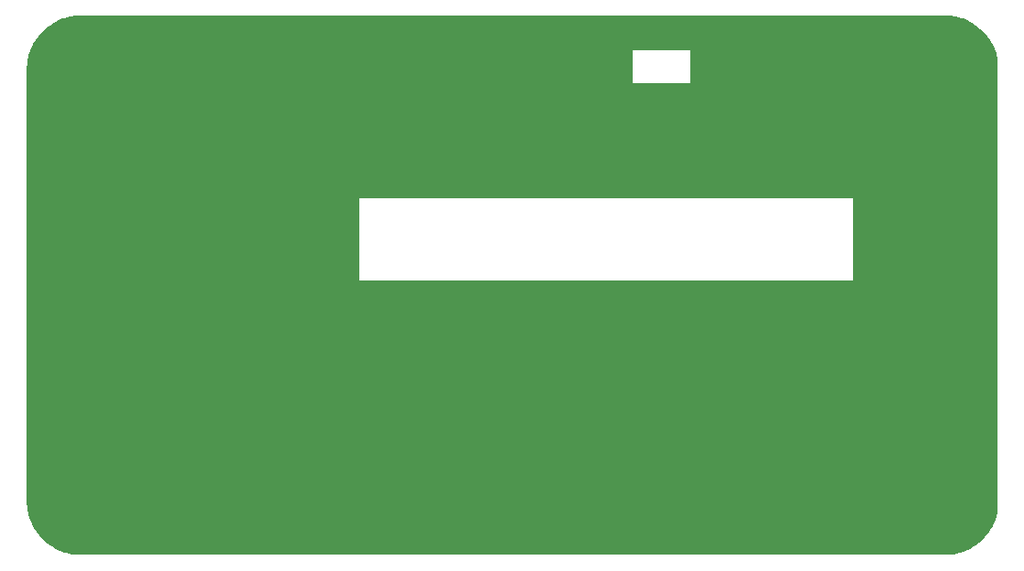
<source format=gbr>
%TF.GenerationSoftware,KiCad,Pcbnew,8.0.5*%
%TF.CreationDate,2024-11-15T12:50:47+01:00*%
%TF.ProjectId,LISN_5u,4c49534e-5f35-4752-9e6b-696361645f70,rev?*%
%TF.SameCoordinates,Original*%
%TF.FileFunction,Copper,L2,Bot*%
%TF.FilePolarity,Positive*%
%FSLAX46Y46*%
G04 Gerber Fmt 4.6, Leading zero omitted, Abs format (unit mm)*
G04 Created by KiCad (PCBNEW 8.0.5) date 2024-11-15 12:50:47*
%MOMM*%
%LPD*%
G01*
G04 APERTURE LIST*
%TA.AperFunction,ComponentPad*%
%ADD10C,3.600000*%
%TD*%
%TA.AperFunction,ConnectorPad*%
%ADD11C,5.600000*%
%TD*%
%TA.AperFunction,SMDPad,CuDef*%
%ADD12R,1.350000X4.200000*%
%TD*%
%TA.AperFunction,ViaPad*%
%ADD13C,0.450000*%
%TD*%
G04 APERTURE END LIST*
D10*
%TO.P,H103,1,1*%
%TO.N,GND*%
X154898000Y-113792000D03*
D11*
X154898000Y-113792000D03*
%TD*%
D10*
%TO.P,H101,1,1*%
%TO.N,GND*%
X74634000Y-73660000D03*
D11*
X74634000Y-73660000D03*
%TD*%
D10*
%TO.P,H104,1,1*%
%TO.N,GND*%
X74634000Y-113792000D03*
D11*
X74634000Y-113792000D03*
%TD*%
D10*
%TO.P,H102,1,1*%
%TO.N,GND*%
X154644000Y-73660000D03*
D11*
X154644000Y-73660000D03*
%TD*%
D12*
%TO.P,X101,2,Ext*%
%TO.N,GND*%
X98033000Y-71210500D03*
X92383000Y-71210500D03*
%TD*%
D13*
%TO.N,GND*%
X149012420Y-77172420D03*
X146516000Y-74676000D03*
X151088000Y-79502000D03*
X128482001Y-70358000D03*
X129498000Y-70358000D03*
X127466000Y-70358000D03*
X134070000Y-74422000D03*
X132038000Y-74422000D03*
X132038000Y-72135999D03*
X132038000Y-71120000D03*
X132038000Y-73152000D03*
X124926000Y-72135999D03*
X124926000Y-71120000D03*
X124926000Y-73152000D03*
X82491202Y-69259000D03*
X77936000Y-110744000D03*
X104098000Y-85344000D03*
X108924000Y-74168000D03*
X85302000Y-85852000D03*
X134324000Y-85344000D03*
X154644000Y-89662000D03*
X79206000Y-85852000D03*
X90128000Y-100076000D03*
X108636899Y-118447000D03*
X140420000Y-85344000D03*
X112226000Y-80010000D03*
X76158000Y-98044000D03*
X114258000Y-85344000D03*
X126015605Y-69259000D03*
X118334828Y-69259000D03*
X136102000Y-72644000D03*
X103590000Y-71882000D03*
X93430000Y-74676000D03*
X108162000Y-98806000D03*
X106130000Y-85344000D03*
X100956122Y-118447000D03*
X130514000Y-93980000D03*
X153120000Y-82042000D03*
X101812001Y-78740000D03*
X154178454Y-69259000D03*
X121370000Y-104648000D03*
X126450000Y-93980000D03*
X159299000Y-107662885D03*
X155406000Y-82042000D03*
X134070000Y-78232000D03*
X147278000Y-83820000D03*
X121438194Y-118447000D03*
X89112000Y-100838000D03*
X70233000Y-105645719D03*
X120862000Y-74422000D03*
X88350000Y-93218000D03*
X152104000Y-100330000D03*
X95970000Y-85852000D03*
X157438000Y-89916000D03*
X113214310Y-69259000D03*
X75353532Y-118447000D03*
X137626000Y-73914000D03*
X150580000Y-73152000D03*
X75904000Y-75438000D03*
X90382000Y-94488000D03*
X90636000Y-96520000D03*
X111197158Y-118447000D03*
X120895087Y-69259000D03*
X159299000Y-110223144D03*
X122386000Y-85344000D03*
X100796000Y-74422000D03*
X100542000Y-98552000D03*
X76920000Y-100838000D03*
X124418000Y-85344000D03*
X107654000Y-80264000D03*
X117052000Y-78232000D03*
X74888000Y-81534000D03*
X142452000Y-85344000D03*
X152104000Y-98552000D03*
X84032000Y-83566000D03*
X110448000Y-93980000D03*
X107654000Y-72644000D03*
X90382000Y-70866000D03*
X85051461Y-69259000D03*
X90382000Y-71882000D03*
X92668000Y-85852000D03*
X116290000Y-85344000D03*
X118576000Y-93980000D03*
X89366000Y-85852000D03*
X98510000Y-93218000D03*
X73618000Y-81534000D03*
X98395863Y-118447000D03*
X151618195Y-69259000D03*
X117814000Y-98552000D03*
X128482000Y-93980000D03*
X82254000Y-110744000D03*
X136102000Y-80010000D03*
X135086000Y-73914000D03*
X118322000Y-85344000D03*
X88154827Y-118447000D03*
X118068001Y-74422000D03*
X72094000Y-90424000D03*
X155914000Y-89408000D03*
X93176000Y-84582000D03*
X119084000Y-74422000D03*
X78444000Y-92710000D03*
X127466000Y-81280000D03*
X152104000Y-104394000D03*
X103844000Y-111506000D03*
X156676000Y-117602000D03*
X126450000Y-78232000D03*
X147786000Y-109982000D03*
X90715086Y-118447000D03*
X144992000Y-80010000D03*
X157438000Y-70866000D03*
X120608000Y-93980000D03*
X86064000Y-96012000D03*
X128228000Y-85344000D03*
X96224000Y-93980000D03*
X87334000Y-100838000D03*
X152612000Y-89662000D03*
X93684000Y-92710000D03*
X84286000Y-75438000D03*
X124672000Y-93980000D03*
X70824000Y-72644000D03*
X96013580Y-75735580D03*
X114512000Y-93980000D03*
X156930000Y-97536000D03*
X117052000Y-74422000D03*
X116317676Y-118447000D03*
X146770000Y-81534000D03*
X122894000Y-74422000D03*
X159299000Y-92301331D03*
X70316000Y-82296000D03*
X116544000Y-93980000D03*
X146770000Y-101854000D03*
X154721561Y-118447000D03*
X73364000Y-70104000D03*
X70233000Y-110766237D03*
X76920000Y-102870000D03*
X77370684Y-69259000D03*
X71586000Y-116840000D03*
X102320000Y-93980000D03*
X104352000Y-93980000D03*
X110702000Y-78232000D03*
X131530000Y-78232000D03*
X138816900Y-69259000D03*
X73110000Y-117856000D03*
X90636000Y-99314000D03*
X142452000Y-73914000D03*
X155152000Y-105664000D03*
X141182000Y-72644000D03*
X108416000Y-93980000D03*
X102066000Y-85344000D03*
X122132000Y-78232000D03*
X97581159Y-77303159D03*
X87588000Y-104648000D03*
X103082000Y-80518000D03*
X70233000Y-90284165D03*
X146770000Y-86614000D03*
X136610000Y-93980000D03*
X118877935Y-118447000D03*
X74380000Y-105918000D03*
X140166000Y-73914000D03*
X70233000Y-97964942D03*
X76920000Y-104902000D03*
X100796000Y-78740000D03*
X157946000Y-116586000D03*
X105533533Y-69259000D03*
X106638000Y-71882000D03*
X136799748Y-118447000D03*
X134578000Y-93980000D03*
X144484000Y-85344000D03*
X141436000Y-80010000D03*
X159299000Y-76939777D03*
X91398000Y-80010000D03*
X93684000Y-112268000D03*
X78698000Y-84582000D03*
X85594568Y-118447000D03*
X80474050Y-118447000D03*
X80730000Y-94234000D03*
X76920000Y-98806000D03*
X157184000Y-82042000D03*
X114512000Y-70358000D03*
X143937418Y-69259000D03*
X153120000Y-105664000D03*
X148294000Y-95758000D03*
X116798000Y-80518000D03*
X154644000Y-75692000D03*
X103516381Y-118447000D03*
X101812001Y-74422000D03*
X144480525Y-118447000D03*
X71840000Y-81534000D03*
X83270000Y-85852000D03*
X113757417Y-118447000D03*
X91144000Y-74676000D03*
X87611720Y-69259000D03*
X70233000Y-95404683D03*
X149601043Y-118447000D03*
X157184000Y-105664000D03*
X158708000Y-72136000D03*
X140674000Y-93980000D03*
X108093792Y-69259000D03*
X122640000Y-93980000D03*
X131679230Y-118447000D03*
X126196000Y-85344000D03*
X159299000Y-82060295D03*
X102973274Y-69259000D03*
X139360007Y-118447000D03*
X121878001Y-74422000D03*
X131136123Y-69259000D03*
X134239489Y-118447000D03*
X78444000Y-82804000D03*
X102828000Y-74422000D03*
X144738000Y-93980000D03*
X108162000Y-85344000D03*
X70233000Y-92844424D03*
X152104000Y-102362000D03*
X128482000Y-111252000D03*
X116544000Y-71628000D03*
X147786000Y-92202000D03*
X99780000Y-73914000D03*
X90171979Y-69259000D03*
X159299000Y-97421849D03*
X141920266Y-118447000D03*
X138642000Y-93980000D03*
X77913791Y-118447000D03*
X151596000Y-90932000D03*
X91398000Y-85852000D03*
X92414001Y-74676000D03*
X156422000Y-69850000D03*
X99526000Y-103632000D03*
X150072000Y-92202000D03*
X99780000Y-72390000D03*
X70233000Y-74922611D03*
X105114000Y-70612000D03*
X140166000Y-112268000D03*
X120354000Y-85344000D03*
X75142000Y-91694000D03*
X99526000Y-91440000D03*
X129118971Y-118447000D03*
X137880000Y-78232000D03*
X108924000Y-78232000D03*
X159299000Y-89741072D03*
X110702000Y-74168000D03*
X130260000Y-85344000D03*
X147040784Y-118447000D03*
X74810425Y-69259000D03*
X112226000Y-85344000D03*
X152161302Y-118447000D03*
X116036000Y-110236000D03*
X98256000Y-85852000D03*
X115774569Y-69259000D03*
X133696382Y-69259000D03*
X72856000Y-94234000D03*
X73872000Y-90424000D03*
X70233000Y-77482870D03*
X70233000Y-108205978D03*
X146497677Y-69259000D03*
X105114000Y-82042000D03*
X72602000Y-105918000D03*
X112226000Y-72644000D03*
X118830000Y-78232000D03*
X81238000Y-85852000D03*
X99018000Y-78740000D03*
X106384000Y-93980000D03*
X94446000Y-85852000D03*
X123455346Y-69259000D03*
X110194000Y-85344000D03*
X132800000Y-104140000D03*
X77174000Y-81534000D03*
X159299000Y-112783403D03*
X141377159Y-69259000D03*
X100413015Y-69259000D03*
X132292000Y-85344000D03*
X106076640Y-118447000D03*
X99526000Y-85852000D03*
X72094000Y-98044000D03*
X123998453Y-118447000D03*
X70233000Y-80043129D03*
X77428000Y-91694000D03*
X108670000Y-104140000D03*
X143468000Y-78232000D03*
X99780000Y-71374000D03*
X70824000Y-115570000D03*
X159299000Y-115343662D03*
X159299000Y-74379518D03*
X129752000Y-78232000D03*
X136356000Y-85344000D03*
X114766000Y-82042000D03*
X79930943Y-69259000D03*
X137880000Y-98552000D03*
X95295159Y-75017159D03*
X139658000Y-78232000D03*
X90382000Y-73406000D03*
X154898000Y-97536000D03*
X128575864Y-69259000D03*
X149057936Y-69259000D03*
X142706000Y-93980000D03*
X95835604Y-118447000D03*
X110654051Y-69259000D03*
X126558712Y-118447000D03*
X71840000Y-71120000D03*
X136256641Y-69259000D03*
X147278000Y-82550000D03*
X83034309Y-118447000D03*
X147532000Y-114046000D03*
X128990000Y-99314000D03*
X151596000Y-82042000D03*
X96732000Y-76454000D03*
X102828000Y-78740000D03*
X138388000Y-85344000D03*
X132546000Y-93980000D03*
X98299580Y-78021580D03*
X159216000Y-105410000D03*
X87334000Y-85852000D03*
X112988000Y-71628000D03*
X91144000Y-91948000D03*
X81746000Y-103378000D03*
X159299000Y-94861590D03*
X152866000Y-97536000D03*
X70233000Y-113326496D03*
X99780000Y-70358000D03*
X159299000Y-79500036D03*
X86064000Y-99060000D03*
X85556000Y-91948000D03*
X147024000Y-85090000D03*
X120354000Y-79248000D03*
X151088000Y-83566000D03*
X128482000Y-77978000D03*
X74126000Y-98044000D03*
X82762000Y-92710000D03*
X120608000Y-72390000D03*
X124164000Y-78232000D03*
X93275345Y-118447000D03*
X112480000Y-93980000D03*
X76158000Y-105918000D03*
%TD*%
%TA.AperFunction,Conductor*%
%TO.N,GND*%
G36*
X154781354Y-68872001D02*
G01*
X154807787Y-68872073D01*
X154808300Y-68872076D01*
X154835266Y-68872297D01*
X154915990Y-68873177D01*
X154918272Y-68873225D01*
X155023767Y-68876391D01*
X155028412Y-68876618D01*
X155133798Y-68883814D01*
X155135998Y-68883985D01*
X155242311Y-68893287D01*
X155244817Y-68893534D01*
X155457631Y-68916840D01*
X155462992Y-68917546D01*
X155673170Y-68949895D01*
X155678493Y-68950835D01*
X155887029Y-68992315D01*
X155892308Y-68993485D01*
X156098858Y-69044027D01*
X156104025Y-69045412D01*
X156308223Y-69104930D01*
X156313366Y-69106551D01*
X156375308Y-69127578D01*
X156514744Y-69174911D01*
X156519827Y-69176761D01*
X156717972Y-69253815D01*
X156722963Y-69255882D01*
X156917622Y-69341534D01*
X156917632Y-69341538D01*
X156922534Y-69343825D01*
X157113204Y-69437852D01*
X157118004Y-69440350D01*
X157304429Y-69542627D01*
X157309114Y-69545332D01*
X157309126Y-69545339D01*
X157490921Y-69655655D01*
X157495469Y-69658553D01*
X157672273Y-69776689D01*
X157676687Y-69779779D01*
X157848174Y-69905519D01*
X157852435Y-69908787D01*
X158018324Y-70041927D01*
X158022438Y-70045381D01*
X158128170Y-70138104D01*
X158182305Y-70185580D01*
X158186293Y-70189235D01*
X158339896Y-70336277D01*
X158343722Y-70340103D01*
X158490764Y-70493706D01*
X158494419Y-70497694D01*
X158634607Y-70657547D01*
X158638076Y-70661680D01*
X158638093Y-70661702D01*
X158771198Y-70827546D01*
X158774491Y-70831839D01*
X158900201Y-71003286D01*
X158903304Y-71007717D01*
X159021446Y-71184529D01*
X159024353Y-71189092D01*
X159134667Y-71370885D01*
X159137372Y-71375570D01*
X159239644Y-71561986D01*
X159242142Y-71566785D01*
X159336183Y-71757482D01*
X159338470Y-71762386D01*
X159424111Y-71957021D01*
X159426181Y-71962019D01*
X159503238Y-72160172D01*
X159505088Y-72165255D01*
X159573442Y-72366616D01*
X159575069Y-72371776D01*
X159634950Y-72577214D01*
X159635679Y-72579820D01*
X159667467Y-72698457D01*
X159668139Y-72701078D01*
X159689186Y-72787092D01*
X159690356Y-72792372D01*
X159707110Y-72876597D01*
X159708432Y-72884603D01*
X159719261Y-72966854D01*
X159720204Y-72977631D01*
X159723882Y-73061872D01*
X159724000Y-73067281D01*
X159724000Y-114676717D01*
X159723882Y-114682126D01*
X159720204Y-114766367D01*
X159719261Y-114777144D01*
X159708432Y-114859396D01*
X159707110Y-114867401D01*
X159690360Y-114951610D01*
X159689189Y-114956892D01*
X159668129Y-115042956D01*
X159667458Y-115045576D01*
X159635679Y-115164179D01*
X159634950Y-115166785D01*
X159575069Y-115372223D01*
X159573442Y-115377383D01*
X159505088Y-115578744D01*
X159503238Y-115583827D01*
X159426184Y-115781972D01*
X159424114Y-115786971D01*
X159338459Y-115981637D01*
X159336172Y-115986540D01*
X159242142Y-116177214D01*
X159239644Y-116182013D01*
X159137372Y-116368429D01*
X159134667Y-116373114D01*
X159024353Y-116554907D01*
X159021446Y-116559470D01*
X158903304Y-116736282D01*
X158900201Y-116740713D01*
X158774491Y-116912160D01*
X158771198Y-116916452D01*
X158638085Y-117082308D01*
X158634607Y-117086453D01*
X158494419Y-117246305D01*
X158490764Y-117250293D01*
X158343722Y-117403896D01*
X158339896Y-117407722D01*
X158186293Y-117554764D01*
X158182305Y-117558419D01*
X158022431Y-117698625D01*
X158018286Y-117702103D01*
X157852463Y-117835189D01*
X157848172Y-117838482D01*
X157676706Y-117964207D01*
X157672273Y-117967310D01*
X157495469Y-118085446D01*
X157490907Y-118088353D01*
X157309114Y-118198667D01*
X157304429Y-118201372D01*
X157118005Y-118303649D01*
X157113231Y-118306134D01*
X156932077Y-118395468D01*
X156922497Y-118400193D01*
X156917594Y-118402479D01*
X156722978Y-118488111D01*
X156717980Y-118490181D01*
X156519827Y-118567238D01*
X156514744Y-118569088D01*
X156313383Y-118637442D01*
X156308223Y-118639069D01*
X156104071Y-118698575D01*
X156098845Y-118699975D01*
X155892311Y-118750513D01*
X155887029Y-118751684D01*
X155678493Y-118793164D01*
X155673165Y-118794104D01*
X155462991Y-118826453D01*
X155457628Y-118827159D01*
X155261332Y-118848657D01*
X155244908Y-118850455D01*
X155242223Y-118850720D01*
X155136079Y-118860007D01*
X155133718Y-118860191D01*
X155028454Y-118867378D01*
X155023726Y-118867610D01*
X154918313Y-118870773D01*
X154915948Y-118870822D01*
X154835350Y-118871702D01*
X154835007Y-118871705D01*
X154808392Y-118871922D01*
X154807721Y-118871926D01*
X154781022Y-118871999D01*
X154780732Y-118872000D01*
X74835268Y-118872000D01*
X74834976Y-118871999D01*
X74808278Y-118871926D01*
X74807607Y-118871922D01*
X74780992Y-118871705D01*
X74780649Y-118871702D01*
X74700051Y-118870822D01*
X74697686Y-118870773D01*
X74592274Y-118867610D01*
X74587547Y-118867378D01*
X74482282Y-118860191D01*
X74479920Y-118860007D01*
X74403454Y-118853316D01*
X74373770Y-118850719D01*
X74371100Y-118850456D01*
X74331315Y-118846099D01*
X74158371Y-118827159D01*
X74153008Y-118826453D01*
X73942846Y-118794106D01*
X73937518Y-118793166D01*
X73728971Y-118751684D01*
X73723689Y-118750513D01*
X73517163Y-118699977D01*
X73511943Y-118698578D01*
X73469356Y-118686165D01*
X73307776Y-118639069D01*
X73302617Y-118637442D01*
X73101284Y-118569099D01*
X73096200Y-118567249D01*
X72898020Y-118490181D01*
X72893022Y-118488111D01*
X72698387Y-118402470D01*
X72693483Y-118400183D01*
X72502786Y-118306142D01*
X72497987Y-118303644D01*
X72311561Y-118201367D01*
X72306876Y-118198662D01*
X72125093Y-118088354D01*
X72120530Y-118085447D01*
X71943726Y-117967310D01*
X71939295Y-117964207D01*
X71767828Y-117838482D01*
X71763557Y-117835207D01*
X71597680Y-117702076D01*
X71593547Y-117698607D01*
X71433694Y-117558419D01*
X71429705Y-117554764D01*
X71276103Y-117407722D01*
X71272278Y-117403897D01*
X71125236Y-117250295D01*
X71121581Y-117246306D01*
X70981391Y-117086450D01*
X70977914Y-117082306D01*
X70844813Y-116916467D01*
X70841519Y-116912174D01*
X70715799Y-116740713D01*
X70715781Y-116740687D01*
X70712696Y-116736282D01*
X70594544Y-116559456D01*
X70591646Y-116554906D01*
X70481339Y-116373124D01*
X70478634Y-116368440D01*
X70376356Y-116182013D01*
X70373858Y-116177214D01*
X70279821Y-115986525D01*
X70277534Y-115981622D01*
X70191885Y-115786971D01*
X70189815Y-115781972D01*
X70112745Y-115583787D01*
X70110909Y-115578744D01*
X70042542Y-115377339D01*
X70040930Y-115372224D01*
X70040930Y-115372223D01*
X69981412Y-115168026D01*
X69980027Y-115162858D01*
X69929485Y-114956308D01*
X69928315Y-114951029D01*
X69886833Y-114742482D01*
X69885893Y-114737154D01*
X69877423Y-114682126D01*
X69853546Y-114526992D01*
X69852840Y-114521629D01*
X69829534Y-114308818D01*
X69829287Y-114306312D01*
X69819985Y-114199999D01*
X69819814Y-114197799D01*
X69812618Y-114092413D01*
X69812391Y-114087768D01*
X69809225Y-113982274D01*
X69809177Y-113979947D01*
X69808297Y-113899266D01*
X69808294Y-113898928D01*
X69808077Y-113872396D01*
X69808073Y-113871717D01*
X69808000Y-113844731D01*
X69808000Y-93472000D01*
X100584000Y-93472000D01*
X146304000Y-93472000D01*
X146304000Y-85852000D01*
X100584000Y-85852000D01*
X100584000Y-93472000D01*
X69808000Y-93472000D01*
X69808000Y-75184000D01*
X125942000Y-75184000D01*
X131276000Y-75184000D01*
X131276000Y-72136000D01*
X125942000Y-72136000D01*
X125942000Y-75184000D01*
X69808000Y-75184000D01*
X69808000Y-73899270D01*
X69808073Y-73872283D01*
X69808077Y-73871604D01*
X69808294Y-73845073D01*
X69808297Y-73844735D01*
X69809177Y-73764053D01*
X69809226Y-73761686D01*
X69812391Y-73656232D01*
X69812619Y-73651584D01*
X69819814Y-73546201D01*
X69819985Y-73544009D01*
X69829288Y-73437679D01*
X69829533Y-73435191D01*
X69852841Y-73222362D01*
X69853546Y-73217008D01*
X69885896Y-73006826D01*
X69886833Y-73001518D01*
X69891584Y-72977631D01*
X69928317Y-72792958D01*
X69929486Y-72787689D01*
X69929632Y-72787092D01*
X69980030Y-72581130D01*
X69981408Y-72575986D01*
X70040935Y-72371760D01*
X70042557Y-72366617D01*
X70110908Y-72165259D01*
X70112740Y-72160225D01*
X70189829Y-71961992D01*
X70191876Y-71957048D01*
X70277536Y-71762370D01*
X70279780Y-71757557D01*
X70373893Y-71566713D01*
X70376325Y-71562041D01*
X70478640Y-71375546D01*
X70481331Y-71370888D01*
X70591639Y-71189104D01*
X70594546Y-71184540D01*
X70712716Y-71007686D01*
X70715764Y-71003334D01*
X70841538Y-70831798D01*
X70844802Y-70827546D01*
X70977907Y-70661702D01*
X70981367Y-70657577D01*
X71121594Y-70497678D01*
X71125235Y-70493706D01*
X71272264Y-70340117D01*
X71276069Y-70336310D01*
X71429719Y-70189221D01*
X71433677Y-70185595D01*
X71593569Y-70045373D01*
X71597672Y-70041931D01*
X71763550Y-69908798D01*
X71767806Y-69905533D01*
X71939300Y-69779789D01*
X71943699Y-69776709D01*
X72120563Y-69658530D01*
X72125078Y-69655655D01*
X72306887Y-69545332D01*
X72311547Y-69542640D01*
X72498010Y-69440343D01*
X72502761Y-69437870D01*
X72693484Y-69343816D01*
X72698367Y-69341538D01*
X72893052Y-69255874D01*
X72898003Y-69253824D01*
X73096224Y-69176740D01*
X73101258Y-69174908D01*
X73302632Y-69106551D01*
X73307759Y-69104935D01*
X73511985Y-69045408D01*
X73517129Y-69044030D01*
X73723701Y-68993483D01*
X73728957Y-68992317D01*
X73937542Y-68950828D01*
X73942798Y-68949900D01*
X74153033Y-68917542D01*
X74158345Y-68916842D01*
X74371181Y-68893534D01*
X74373678Y-68893288D01*
X74480008Y-68883985D01*
X74482192Y-68883814D01*
X74587588Y-68876618D01*
X74592229Y-68876391D01*
X74697728Y-68873225D01*
X74700006Y-68873177D01*
X74780733Y-68872297D01*
X74807700Y-68872076D01*
X74808209Y-68872073D01*
X74834652Y-68872001D01*
X74835269Y-68872000D01*
X154780730Y-68872000D01*
X154781354Y-68872001D01*
G37*
%TD.AperFunction*%
%TD*%
M02*

</source>
